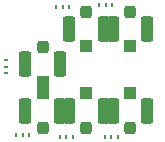
<source format=gbp>
G04*
G04 #@! TF.GenerationSoftware,Altium Limited,Altium Designer,23.10.1 (27)*
G04*
G04 Layer_Color=128*
%FSLAX44Y44*%
%MOMM*%
G71*
G04*
G04 #@! TF.SameCoordinates,8A1B99A7-8AA4-4D58-B7F6-5934CCCD9AE1*
G04*
G04*
G04 #@! TF.FilePolarity,Positive*
G04*
G01*
G75*
%ADD15R,0.2500X0.3500*%
%ADD19R,0.3500X0.2500*%
G04:AMPARAMS|DCode=75|XSize=1.05mm|YSize=1mm|CornerRadius=0.25mm|HoleSize=0mm|Usage=FLASHONLY|Rotation=90.000|XOffset=0mm|YOffset=0mm|HoleType=Round|Shape=RoundedRectangle|*
%AMROUNDEDRECTD75*
21,1,1.0500,0.5000,0,0,90.0*
21,1,0.5500,1.0000,0,0,90.0*
1,1,0.5000,0.2500,0.2750*
1,1,0.5000,0.2500,-0.2750*
1,1,0.5000,-0.2500,-0.2750*
1,1,0.5000,-0.2500,0.2750*
%
%ADD75ROUNDEDRECTD75*%
%ADD76R,1.0000X1.0500*%
G04:AMPARAMS|DCode=77|XSize=1.05mm|YSize=2.2mm|CornerRadius=0.2625mm|HoleSize=0mm|Usage=FLASHONLY|Rotation=180.000|XOffset=0mm|YOffset=0mm|HoleType=Round|Shape=RoundedRectangle|*
%AMROUNDEDRECTD77*
21,1,1.0500,1.6750,0,0,180.0*
21,1,0.5250,2.2000,0,0,180.0*
1,1,0.5250,-0.2625,0.8375*
1,1,0.5250,0.2625,0.8375*
1,1,0.5250,0.2625,-0.8375*
1,1,0.5250,-0.2625,-0.8375*
%
%ADD77ROUNDEDRECTD77*%
D15*
X57500Y23000D02*
D03*
X63000D02*
D03*
X68500D02*
D03*
X65500Y133000D02*
D03*
X60000D02*
D03*
X54500D02*
D03*
X20500Y24000D02*
D03*
X26000D02*
D03*
X31500D02*
D03*
X95500Y23000D02*
D03*
X101000D02*
D03*
X106500D02*
D03*
X102000Y134000D02*
D03*
X96500D02*
D03*
X91000D02*
D03*
D19*
X12000Y87500D02*
D03*
Y82000D02*
D03*
Y76500D02*
D03*
D75*
X43000Y98750D02*
D03*
X117000Y30250D02*
D03*
Y128750D02*
D03*
X43000Y30250D02*
D03*
X80000Y128750D02*
D03*
X80000Y30250D02*
D03*
D76*
X43000Y69250D02*
D03*
X117000Y59750D02*
D03*
Y99250D02*
D03*
X43000Y59750D02*
D03*
X80000Y99250D02*
D03*
X80000Y59750D02*
D03*
D77*
X28250Y84000D02*
D03*
X57750D02*
D03*
X102250Y45000D02*
D03*
X131750D02*
D03*
Y114000D02*
D03*
X102250D02*
D03*
X28250Y45000D02*
D03*
X57750D02*
D03*
X65250Y114000D02*
D03*
X94750D02*
D03*
X94750Y45000D02*
D03*
X65250D02*
D03*
M02*

</source>
